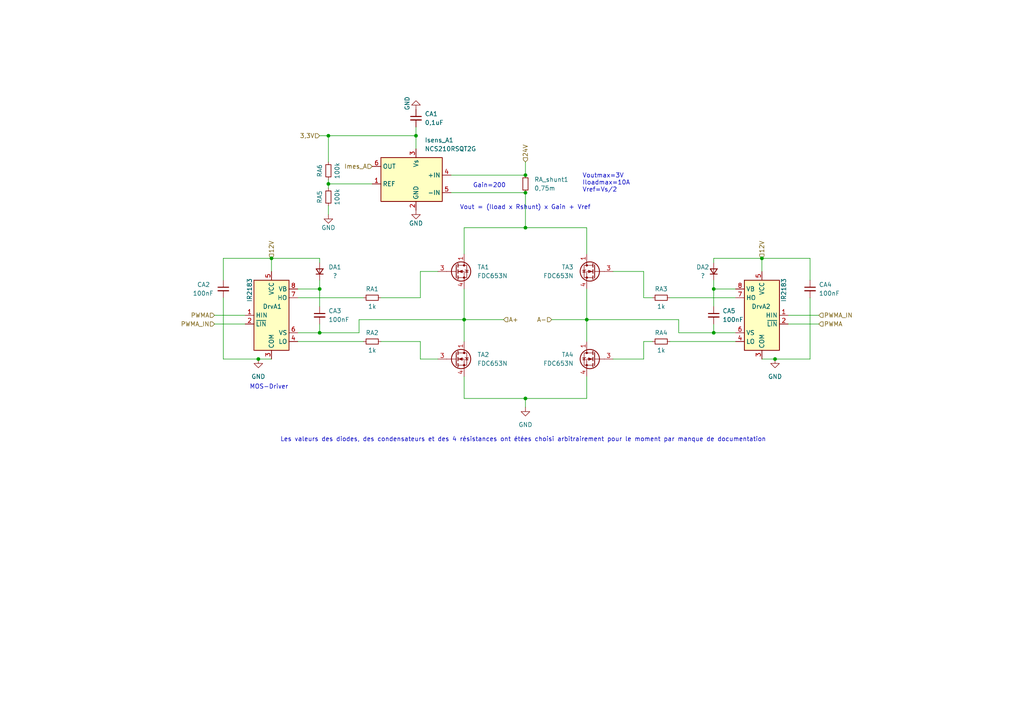
<source format=kicad_sch>
(kicad_sch (version 20211123) (generator eeschema)
  (paper "A4")
  (title_block (title "Driver Stepper Motor") (date "2022-12-27") (rev "2") (company "Tom CHARBONNEAU"))
  (lib_symbols
    (symbol "Amplifier_Current:NCV210"
      (property "Reference" "U" (at -7.62 8.89 0))
      (property "Value" "NCV210" (at 2.54 8.89 0))
      (symbol "NCV210_0_1"
        (rectangle (start -7.62 7.62) (end 10.16 -5.08) (stroke (width 0.254)) (fill (type background)))
      )
      (symbol "NCV210_1_1"
        (pin input line (at 12.7 0 180) (length 2.54) (name "REF") (number "1"))
        (pin power_in line (at 0 -7.62 90) (length 2.54) (name "GND") (number "2"))
        (pin power_in line (at 0 10.16 270) (length 2.54) (name "Vs") (number "3"))
        (pin input line (at -10.16 2.54 0) (length 2.54) (name "+IN") (number "4"))
        (pin input line (at -10.16 -2.54 0) (length 2.54) (name "-IN") (number "5"))
        (pin output line (at 12.7 5.08 180) (length 2.54) (name "OUT") (number "6"))
      )
    )
    (symbol "Device:C_Small" (pin_numbers hide) (pin_names (offset 0.254) hide)
      (property "Reference" "C" (at 0.254 1.778 0))
      (property "Value" "C_Small" (at 0.254 -2.032 0))
      (symbol "C_Small_0_1"
        (polyline (pts (xy -1.524 -0.508) (xy 1.524 -0.508)) (stroke (width 0.3302)))
        (polyline (pts (xy -1.524 0.508) (xy 1.524 0.508)) (stroke (width 0.3048)))
      )
      (symbol "C_Small_1_1"
        (pin passive line (at 0 2.54 270) (length 2.032) (name "~") (number "1"))
        (pin passive line (at 0 -2.54 90) (length 2.032) (name "~") (number "2"))
      )
    )
    (symbol "Device:D_Small" (pin_numbers hide) (pin_names (offset 0.254) hide)
      (property "Reference" "D" (at -1.27 2.032 0))
      (property "Value" "D_Small" (at -3.81 -2.032 0))
      (symbol "D_Small_0_1"
        (polyline (pts (xy -0.762 -1.016) (xy -0.762 1.016)) (stroke (width 0.254)))
        (polyline (pts (xy -0.762 0) (xy 0.762 0)))
        (polyline (pts (xy 0.762 -1.016) (xy -0.762 0) (xy 0.762 1.016) (xy 0.762 -1.016)) (stroke (width 0.254)))
      )
      (symbol "D_Small_1_1"
        (pin passive line (at -2.54 0 0) (length 1.778) (name "K") (number "1"))
        (pin passive line (at 2.54 0 180) (length 1.778) (name "A") (number "2"))
      )
    )
    (symbol "Device:R_Small" (pin_numbers hide) (pin_names (offset 0.254) hide)
      (property "Reference" "R" (at 0.762 0.508 0))
      (property "Value" "R_Small" (at 0.762 -1.016 0))
      (symbol "R_Small_0_1"
        (rectangle (start -0.762 1.778) (end 0.762 -1.778) (stroke (width 0.2032)))
      )
      (symbol "R_Small_1_1"
        (pin passive line (at 0 2.54 270) (length 0.762) (name "~") (number "1"))
        (pin passive line (at 0 -2.54 90) (length 0.762) (name "~") (number "2"))
      )
    )
    (symbol "Driver_FET:IR2183"
      (property "Reference" "U" (at 1.27 13.335 0))
      (property "Value" "IR2183" (at 1.27 11.43 0))
      (symbol "IR2183_0_1"
        (rectangle (start -5.08 -10.16) (end 5.08 10.16) (stroke (width 0.254)) (fill (type background)))
      )
      (symbol "IR2183_1_1"
        (pin input line (at -7.62 0 0) (length 2.54) (name "HIN") (number "1"))
        (pin input line (at -7.62 -2.54 0) (length 2.54) (name "~{LIN}") (number "2"))
        (pin power_in line (at 0 -12.7 90) (length 2.54) (name "COM") (number "3"))
        (pin output line (at 7.62 -7.62 180) (length 2.54) (name "LO") (number "4"))
        (pin power_in line (at 0 12.7 270) (length 2.54) (name "VCC") (number "5"))
        (pin passive line (at 7.62 -5.08 180) (length 2.54) (name "VS") (number "6"))
        (pin output line (at 7.62 5.08 180) (length 2.54) (name "HO") (number "7"))
        (pin passive line (at 7.62 7.62 180) (length 2.54) (name "VB") (number "8"))
      )
    )
    (symbol "Transistor_FET:FDC2512" (pin_names hide)
      (property "Reference" "Q" (at 5.08 1.905 0))
      (property "Value" "FDC2512" (at 5.08 0 0))
      (symbol "FDC2512_0_1"
        (polyline (pts (xy 0.254 0) (xy -2.54 0)))
        (polyline (pts (xy 0.254 1.905) (xy 0.254 -1.905)) (stroke (width 0.254)))
        (polyline (pts (xy 0.762 -1.27) (xy 0.762 -2.286)) (stroke (width 0.254)))
        (polyline (pts (xy 0.762 0.508) (xy 0.762 -0.508)) (stroke (width 0.254)))
        (polyline (pts (xy 0.762 2.286) (xy 0.762 1.27)) (stroke (width 0.254)))
        (polyline (pts (xy 2.54 2.54) (xy 2.54 1.778)))
        (polyline (pts (xy 2.54 -2.54) (xy 2.54 0) (xy 0.762 0)))
        (polyline (pts (xy 0.762 -1.778) (xy 3.302 -1.778) (xy 3.302 1.778) (xy 0.762 1.778)))
        (polyline (pts (xy 1.016 0) (xy 2.032 0.381) (xy 2.032 -0.381) (xy 1.016 0)) (fill (type outline)))
        (polyline (pts (xy 2.794 0.508) (xy 2.921 0.381) (xy 3.683 0.381) (xy 3.81 0.254)))
        (polyline (pts (xy 3.302 0.381) (xy 2.921 -0.254) (xy 3.683 -0.254) (xy 3.302 0.381)))
        (circle (center 1.651 0) (radius 2.794) (stroke (width 0.254)))
        (circle (center 2.54 -1.778) (radius 0.254) (fill (type outline)))
        (circle (center 2.54 1.778) (radius 0.254) (fill (type outline)))
      )
      (symbol "FDC2512_1_1"
        (pin passive line (at 2.54 5.08 270) (length 2.54) (name "D") (number "1"))
        (pin passive line (at 2.54 5.08 270) (length 2.54) hide (name "D") (number "2"))
        (pin passive line (at -5.08 0 0) (length 2.54) (name "G") (number "3"))
        (pin passive line (at 2.54 -5.08 90) (length 2.54) (name "S") (number "4"))
        (pin passive line (at 2.54 5.08 270) (length 2.54) hide (name "D") (number "5"))
        (pin passive line (at 2.54 5.08 270) (length 2.54) hide (name "D") (number "6"))
      )
    )
    (symbol "power:GND" (power) (pin_names (offset 0))
      (property "Value" "GND" (at 0 -3.81 0))
      (symbol "GND_0_1"
        (polyline (pts (xy 0 0) (xy 0 -1.27) (xy 1.27 -1.27) (xy 0 -2.54) (xy -1.27 -1.27) (xy 0 -1.27)))
      )
      (symbol "GND_1_1"
        (pin power_in line (at 0 0 270) (length 0) hide (name "GND") (number "1"))
      )
    )
  )
  (junction (at 74.93 104.14))
  (junction (at 120.65 39.37))
  (junction (at 92.71 83.82))
  (junction (at 92.71 96.52))
  (junction (at 152.4 55.88))
  (junction (at 224.79 104.14))
  (junction (at 152.4 66.04))
  (junction (at 95.25 39.37))
  (junction (at 134.62 92.71))
  (junction (at 207.01 83.82))
  (junction (at 152.4 50.8))
  (junction (at 170.18 92.71))
  (junction (at 152.4 115.57))
  (junction (at 95.25 53.34))
  (junction (at 78.74 74.93))
  (junction (at 207.01 96.52))
  (junction (at 220.98 74.93))
  (wire (pts (xy 92.71 81.28) (xy 92.71 83.82)))
  (wire (pts (xy 220.98 74.93) (xy 234.95 74.93)))
  (wire (pts (xy 74.93 104.14) (xy 64.77 104.14)))
  (wire (pts (xy 170.18 92.71) (xy 170.18 99.06)))
  (wire (pts (xy 186.69 99.06) (xy 189.23 99.06)))
  (wire (pts (xy 110.49 86.36) (xy 121.92 86.36)))
  (wire (pts (xy 121.92 78.74) (xy 127 78.74)))
  (wire (pts (xy 95.25 52.07) (xy 95.25 53.34)))
  (wire (pts (xy 92.71 96.52) (xy 104.14 96.52)))
  (wire (pts (xy 152.4 66.04) (xy 170.18 66.04)))
  (wire (pts (xy 134.62 92.71) (xy 146.05 92.71)))
  (wire (pts (xy 207.01 96.52) (xy 213.36 96.52)))
  (wire (pts (xy 234.95 81.28) (xy 234.95 74.93)))
  (wire (pts (xy 86.36 99.06) (xy 105.41 99.06)))
  (wire (pts (xy 121.92 104.14) (xy 127 104.14)))
  (wire (pts (xy 104.14 96.52) (xy 104.14 92.71)))
  (wire (pts (xy 120.65 39.37) (xy 120.65 43.18)))
  (wire (pts (xy 170.18 115.57) (xy 152.4 115.57)))
  (wire (pts (xy 207.01 74.93) (xy 220.98 74.93)))
  (wire (pts (xy 207.01 83.82) (xy 207.01 88.9)))
  (wire (pts (xy 177.8 104.14) (xy 186.69 104.14)))
  (wire (pts (xy 170.18 83.82) (xy 170.18 92.71)))
  (wire (pts (xy 92.71 39.37) (xy 95.25 39.37)))
  (wire (pts (xy 92.71 83.82) (xy 92.71 88.9)))
  (wire (pts (xy 121.92 99.06) (xy 121.92 104.14)))
  (wire (pts (xy 120.65 36.83) (xy 120.65 39.37)))
  (wire (pts (xy 78.74 74.93) (xy 78.74 78.74)))
  (wire (pts (xy 194.31 99.06) (xy 213.36 99.06)))
  (wire (pts (xy 152.4 46.99) (xy 152.4 50.8)))
  (wire (pts (xy 92.71 76.2) (xy 92.71 74.93)))
  (wire (pts (xy 186.69 78.74) (xy 177.8 78.74)))
  (wire (pts (xy 196.85 92.71) (xy 196.85 96.52)))
  (wire (pts (xy 86.36 96.52) (xy 92.71 96.52)))
  (wire (pts (xy 95.25 53.34) (xy 107.95 53.34)))
  (wire (pts (xy 92.71 74.93) (xy 78.74 74.93)))
  (wire (pts (xy 160.02 92.71) (xy 170.18 92.71)))
  (wire (pts (xy 207.01 74.93) (xy 207.01 76.2)))
  (wire (pts (xy 207.01 81.28) (xy 207.01 83.82)))
  (wire (pts (xy 220.98 74.93) (xy 220.98 78.74)))
  (wire (pts (xy 74.93 104.14) (xy 78.74 104.14)))
  (wire (pts (xy 220.98 104.14) (xy 224.79 104.14)))
  (wire (pts (xy 152.4 55.88) (xy 152.4 66.04)))
  (wire (pts (xy 64.77 86.36) (xy 64.77 104.14)))
  (wire (pts (xy 92.71 93.98) (xy 92.71 96.52)))
  (wire (pts (xy 95.25 39.37) (xy 120.65 39.37)))
  (wire (pts (xy 170.18 66.04) (xy 170.18 73.66)))
  (wire (pts (xy 95.25 59.69) (xy 95.25 62.23)))
  (wire (pts (xy 170.18 92.71) (xy 196.85 92.71)))
  (wire (pts (xy 152.4 115.57) (xy 152.4 118.11)))
  (wire (pts (xy 196.85 96.52) (xy 207.01 96.52)))
  (wire (pts (xy 134.62 66.04) (xy 152.4 66.04)))
  (wire (pts (xy 86.36 83.82) (xy 92.71 83.82)))
  (wire (pts (xy 130.81 50.8) (xy 152.4 50.8)))
  (wire (pts (xy 121.92 86.36) (xy 121.92 78.74)))
  (wire (pts (xy 224.79 104.14) (xy 234.95 104.14)))
  (wire (pts (xy 170.18 109.22) (xy 170.18 115.57)))
  (wire (pts (xy 194.31 86.36) (xy 213.36 86.36)))
  (wire (pts (xy 186.69 86.36) (xy 189.23 86.36)))
  (wire (pts (xy 62.23 91.44) (xy 71.12 91.44)))
  (wire (pts (xy 186.69 104.14) (xy 186.69 99.06)))
  (wire (pts (xy 134.62 92.71) (xy 134.62 99.06)))
  (wire (pts (xy 64.77 81.28) (xy 64.77 74.93)))
  (wire (pts (xy 134.62 83.82) (xy 134.62 92.71)))
  (wire (pts (xy 134.62 73.66) (xy 134.62 66.04)))
  (wire (pts (xy 228.6 91.44) (xy 237.49 91.44)))
  (wire (pts (xy 62.23 93.98) (xy 71.12 93.98)))
  (wire (pts (xy 213.36 83.82) (xy 207.01 83.82)))
  (wire (pts (xy 228.6 93.98) (xy 237.49 93.98)))
  (wire (pts (xy 207.01 93.98) (xy 207.01 96.52)))
  (wire (pts (xy 234.95 86.36) (xy 234.95 104.14)))
  (wire (pts (xy 134.62 115.57) (xy 152.4 115.57)))
  (wire (pts (xy 95.25 53.34) (xy 95.25 54.61)))
  (wire (pts (xy 64.77 74.93) (xy 78.74 74.93)))
  (wire (pts (xy 86.36 86.36) (xy 105.41 86.36)))
  (wire (pts (xy 104.14 92.71) (xy 134.62 92.71)))
  (wire (pts (xy 134.62 109.22) (xy 134.62 115.57)))
  (wire (pts (xy 110.49 99.06) (xy 121.92 99.06)))
  (wire (pts (xy 95.25 39.37) (xy 95.25 46.99)))
  (wire (pts (xy 130.81 55.88) (xy 152.4 55.88)))
  (wire (pts (xy 186.69 86.36) (xy 186.69 78.74)))
  (text "MOS-Driver" (at 72.39 113.03 0) (effects (font (size 1.27 1.27)) (justify left bottom)))
  (text "Gain=200\n" (at 137.16 54.61 0) (effects (font (size 1.27 1.27)) (justify left bottom)))
  (text "Vout = (Iload x Rshunt) x Gain + Vref" (at 133.35 60.96 0) (effects (font (size 1.27 1.27)) (justify left bottom)))
  (text "Voutmax=3V\nIloadmax=10A\nVref=Vs/2" (at 168.91 55.88 0) (effects (font (size 1.27 1.27)) (justify left bottom)))
  (text "Les valeurs des diodes, des condensateurs et des 4 résistances ont étées choisi arbitrairement pour le moment par manque de documentation" (at 81.28 128.27 0) (effects (font (size 1.27 1.27)) (justify left bottom)))
  (hierarchical_label "12V" (shape input) (at 78.74 74.93 90))
  (hierarchical_label "Imes_A" (shape input) (at 107.95 48.26 180))
  (hierarchical_label "A+" (shape input) (at 146.05 92.71 0))
  (hierarchical_label "PWMA" (shape input) (at 62.23 91.44 180))
  (hierarchical_label "3,3V" (shape input) (at 92.71 39.37 180))
  (hierarchical_label "24V" (shape input) (at 152.4 46.99 90))
  (hierarchical_label "PWMA" (shape input) (at 237.49 93.98 0))
  (hierarchical_label "A-" (shape input) (at 160.02 92.71 180))
  (hierarchical_label "12V" (shape input) (at 220.98 74.93 90))
  (hierarchical_label "PWMA_IN" (shape input) (at 237.49 91.44 0))
  (hierarchical_label "PWMA_IN" (shape input) (at 62.23 93.98 180))
  (symbol (lib_id "Transistor_FET:FDC2512") (at 172.72 78.74 0) (mirror y) (unit 1)
    (property "Reference" "TA3" (at 166.37 77.4699 0) (effects (justify left)))
    (property "Value" "FDC653N" (at 166.37 80.0099 0) (effects (justify left)))
    (property "Footprint" "Package_TO_SOT_SMD:SuperSOT-6" (effects hide))
    (property "Datasheet" "https://www.mouser.fr/datasheet/2/308/1/FDC653N_D-1806808.pdf" (effects hide))
  )
  (symbol (lib_id "Device:R_Small") (at 191.77 99.06 270) (unit 1)
    (property "Reference" "RA4" (at 191.77 96.52 90))
    (property "Value" "1k" (at 191.77 101.6 90))
    (property "Footprint" "Resistor_SMD:R_0603_1608Metric" (effects hide))
  )
  (symbol (lib_id "Device:R_Small") (at 191.77 86.36 270) (unit 1)
    (property "Reference" "RA3" (at 191.77 83.82 90))
    (property "Value" "1k" (at 191.77 88.9 90))
    (property "Footprint" "Resistor_SMD:R_0603_1608Metric" (effects hide))
  )
  (symbol (lib_id "Device:C_Small") (at 64.77 83.82 0) (unit 1)
    (property "Reference" "CA2" (at 57.15 82.55 0) (effects (justify left)))
    (property "Value" "100nF" (at 55.88 85.09 0) (effects (justify left)))
    (property "Footprint" "Capacitor_SMD:C_0603_1608Metric" (effects hide))
  )
  (symbol (lib_id "Transistor_FET:FDC2512") (at 132.08 78.74 0) (unit 1)
    (property "Reference" "TA1" (at 138.43 77.4699 0) (effects (justify left)))
    (property "Value" "FDC653N" (at 138.43 80.0099 0) (effects (justify left)))
    (property "Footprint" "Package_TO_SOT_SMD:SuperSOT-6" (effects hide))
    (property "Datasheet" "https://www.mouser.fr/datasheet/2/308/1/FDC653N_D-1806808.pdf" (effects hide))
  )
  (symbol (lib_id "Device:C_Small") (at 92.71 91.44 0) (unit 1)
    (property "Reference" "CA3" (at 95.25 90.1762 0) (effects (justify left)))
    (property "Value" "100nF" (at 95.25 92.7162 0) (effects (justify left)))
    (property "Footprint" "Capacitor_SMD:C_0603_1608Metric" (effects hide))
  )
  (symbol (lib_id "Device:R_Small") (at 95.25 49.53 0) (unit 1)
    (property "Reference" "RA6" (at 92.71 49.53 90))
    (property "Value" "100k" (at 97.79 49.53 90))
    (property "Footprint" "Resistor_SMD:R_0603_1608Metric" (effects hide))
  )
  (symbol (lib_id "power:GND") (at 95.25 62.23 0) (unit 1)
    (property "Reference" "#PWR?" (effects hide))
    (property "Value" "GND" (at 95.25 66.04 0))
  )
  (symbol (lib_id "Device:C_Small") (at 120.65 34.29 0) (unit 1)
    (property "Reference" "CA1" (at 123.19 33.0262 0) (effects (justify left)))
    (property "Value" "0,1uF" (at 123.19 35.5662 0) (effects (justify left)))
    (property "Footprint" "Capacitor_SMD:C_0603_1608Metric" (effects hide))
  )
  (symbol (lib_id "power:GND") (at 152.4 118.11 0) (unit 1)
    (property "Reference" "#PWR0104" (effects hide))
    (property "Value" "GND" (at 152.4 123.19 0))
  )
  (symbol (lib_id "Device:D_Small") (at 92.71 78.74 90) (unit 1)
    (property "Reference" "DA1" (at 95.25 77.47 90) (effects (justify right)))
    (property "Value" "?" (at 96.52 80.01 90) (effects (justify right)))
    (property "Footprint" "Diode_SMD:D_0603_1608Metric" (effects hide))
  )
  (symbol (lib_id "Device:R_Small") (at 107.95 99.06 270) (unit 1)
    (property "Reference" "RA2" (at 107.95 96.52 90))
    (property "Value" "1k" (at 107.95 101.6 90))
    (property "Footprint" "Resistor_SMD:R_0603_1608Metric" (effects hide))
  )
  (symbol (lib_id "Transistor_FET:FDC2512") (at 132.08 104.14 0) (unit 1)
    (property "Reference" "TA2" (at 138.43 102.8699 0) (effects (justify left)))
    (property "Value" "FDC653N" (at 138.43 105.4099 0) (effects (justify left)))
    (property "Footprint" "Package_TO_SOT_SMD:SuperSOT-6" (effects hide))
    (property "Datasheet" "https://www.mouser.fr/datasheet/2/308/1/FDC653N_D-1806808.pdf" (effects hide))
  )
  (symbol (lib_id "power:GND") (at 74.93 104.14 0) (unit 1)
    (property "Reference" "#PWR0102" (effects hide))
    (property "Value" "GND" (at 74.93 109.22 0))
  )
  (symbol (lib_id "power:GND") (at 120.65 31.75 180) (unit 1)
    (property "Reference" "#PWR0105" (effects hide))
    (property "Value" "GND" (at 118.11 27.94 90) (effects (justify left)))
  )
  (symbol (lib_id "power:GND") (at 120.65 60.96 0) (unit 1)
    (property "Reference" "#PWR0106" (effects hide))
    (property "Value" "GND" (at 120.65 64.77 0))
  )
  (symbol (lib_id "Device:C_Small") (at 234.95 83.82 0) (unit 1)
    (property "Reference" "CA4" (at 237.49 82.5562 0) (effects (justify left)))
    (property "Value" "100nF" (at 237.49 85.0962 0) (effects (justify left)))
    (property "Footprint" "Capacitor_SMD:C_0603_1608Metric" (effects hide))
  )
  (symbol (lib_id "Device:D_Small") (at 207.01 78.74 90) (unit 1)
    (property "Reference" "DA2" (at 201.93 77.47 90) (effects (justify right)))
    (property "Value" "?" (at 203.2 80.01 90) (effects (justify right)))
    (property "Footprint" "Diode_SMD:D_0603_1608Metric" (effects hide))
  )
  (symbol (lib_id "Device:R_Small") (at 152.4 53.34 0) (unit 1)
    (property "Reference" "RA_shunt1" (at 154.94 52.0699 0) (effects (justify left)))
    (property "Value" "0,75m" (at 154.94 54.6099 0) (effects (justify left)))
    (property "Footprint" "Resistor_SMD:R_0603_1608Metric" (effects hide))
  )
  (symbol (lib_id "power:GND") (at 224.79 104.14 0) (unit 1)
    (property "Reference" "#PWR0103" (effects hide))
    (property "Value" "GND" (at 224.79 109.22 0))
  )
  (symbol (lib_id "Driver_FET:IR2183") (at 220.98 91.44 0) (mirror y) (unit 1)
    (property "Reference" "DrvA2" (at 223.52 88.9 0) (effects (justify left)))
    (property "Value" "IR2183" (at 227.33 87.63 90) (effects (justify left)))
    (property "Footprint" "Package_SO:SOIC-8_3.9x4.9mm_P1.27mm" (effects hide))
    (property "Datasheet" "https://www.infineon.com/dgdl/ir2183.pdf?fileId=5546d462533600a4015355c9490e16d1" (effects hide))
  )
  (symbol (lib_id "Device:R_Small") (at 95.25 57.15 0) (unit 1)
    (property "Reference" "RA5" (at 92.71 57.15 90))
    (property "Value" "100k" (at 97.79 57.15 90))
    (property "Footprint" "Resistor_SMD:R_0603_1608Metric" (effects hide))
  )
  (symbol (lib_id "Transistor_FET:FDC2512") (at 172.72 104.14 0) (mirror y) (unit 1)
    (property "Reference" "TA4" (at 166.37 102.8699 0) (effects (justify left)))
    (property "Value" "FDC653N" (at 166.37 105.4099 0) (effects (justify left)))
    (property "Footprint" "Package_TO_SOT_SMD:SuperSOT-6" (effects hide))
    (property "Datasheet" "https://www.mouser.fr/datasheet/2/308/1/FDC653N_D-1806808.pdf" (effects hide))
  )
  (symbol (lib_id "Driver_FET:IR2183") (at 78.74 91.44 0) (unit 1)
    (property "Reference" "DrvA1" (at 76.2 88.9 0) (effects (justify left)))
    (property "Value" "IR2183" (at 72.39 87.63 90) (effects (justify left)))
    (property "Footprint" "Package_SO:SOIC-8_3.9x4.9mm_P1.27mm" (effects hide))
    (property "Datasheet" "https://www.infineon.com/dgdl/ir2183.pdf?fileId=5546d462533600a4015355c9490e16d1" (effects hide))
  )
  (symbol (lib_id "Amplifier_Current:NCV210") (at 120.65 53.34 0) (mirror y) (unit 1)
    (property "Reference" "Isens_A1" (at 123.19 40.64 0) (effects (justify right)))
    (property "Value" "NCS210RSQT2G" (at 123.19 43.18 0) (effects (justify right)))
    (property "Footprint" "Package_TO_SOT_SMD:SOT-363_SC-70-6" (effects hide))
    (property "Datasheet" "https://www.mouser.fr/datasheet/2/308/NCS210R_D-1509421.pdf" (effects hide))
  )
  (symbol (lib_id "Device:C_Small") (at 207.01 91.44 0) (unit 1)
    (property "Reference" "CA5" (at 209.55 90.1762 0) (effects (justify left)))
    (property "Value" "100nF" (at 209.55 92.7162 0) (effects (justify left)))
    (property "Footprint" "Capacitor_SMD:C_0603_1608Metric" (effects hide))
  )
  (symbol (lib_id "Device:R_Small") (at 107.95 86.36 270) (unit 1)
    (property "Reference" "RA1" (at 107.95 83.82 90))
    (property "Value" "1k" (at 107.95 88.9 90))
    (property "Footprint" "Resistor_SMD:R_0603_1608Metric" (effects hide))
  )
)
</source>
